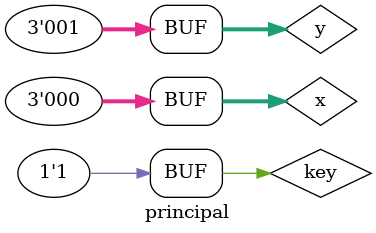
<source format=v>
module comparador(output s, input [2:0]a,input[2:0]b, input key);
	wire [2:0]w;
	wire w1;
	xnor xnor1(w[0],a[0],b[0]);
	xnor xnor2(w[1],a[1],b[1]);
	xnor xnor3(w[2],a[2],b[2]);
	and and1(w1,w[0],w[1],w[2]);
	xor xor1(s,key,w1);
	
endmodule //comparador

module principal;
	reg [2:0]x,y;
	reg key;
	wire s;
	
	comparador c1(s,x,y,key);
	
	initial begin
		key = 0; x = 4'b000; y = 3'b000;
		$display("Extra-02 -  Milton costa teles da silva - 002751"); 
		$display("Test LU's igualdade ou a diferença ");
		$display("\t ch  a   b   = saida");
		$monitor("\t  %b %3b  %3b = %b",key,x,y,s);
     #1 key = 1;    
	  #1 key = 0; y = 3'b001;
	  #1 key = 1; 
	     


 

	end
endmodule //principal
</source>
